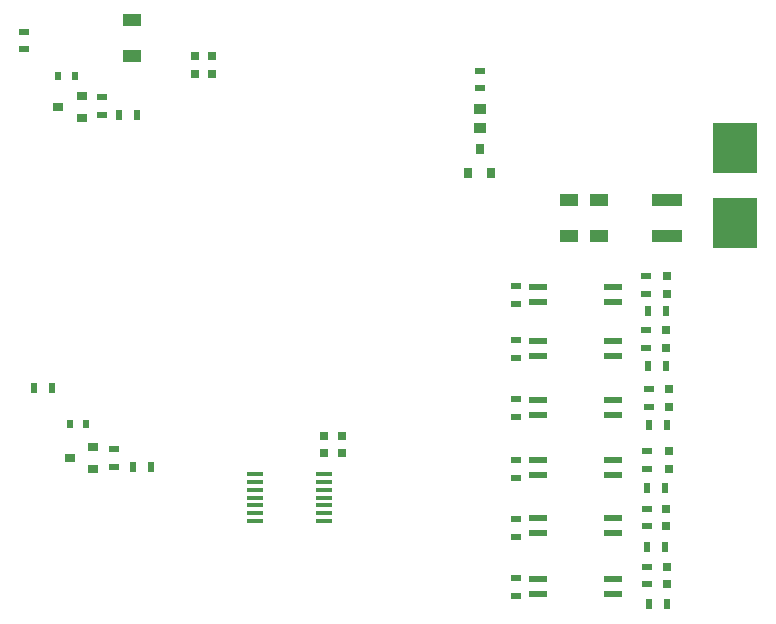
<source format=gbr>
G04 #@! TF.GenerationSoftware,KiCad,Pcbnew,(5.0.0-3-g5ebb6b6)*
G04 #@! TF.CreationDate,2018-09-16T20:50:52-07:00*
G04 #@! TF.ProjectId,controller_MK5,636F6E74726F6C6C65725F4D4B352E6B,rev?*
G04 #@! TF.SameCoordinates,Original*
G04 #@! TF.FileFunction,Paste,Top*
G04 #@! TF.FilePolarity,Positive*
%FSLAX46Y46*%
G04 Gerber Fmt 4.6, Leading zero omitted, Abs format (unit mm)*
G04 Created by KiCad (PCBNEW (5.0.0-3-g5ebb6b6)) date Sunday, September 16, 2018 at 08:50:52 PM*
%MOMM*%
%LPD*%
G01*
G04 APERTURE LIST*
%ADD10R,1.500000X0.600000*%
%ADD11R,3.810000X4.240000*%
%ADD12R,1.450000X0.450000*%
%ADD13R,1.000000X0.820000*%
%ADD14R,0.750000X0.800000*%
%ADD15R,0.800000X0.750000*%
%ADD16R,0.900000X0.500000*%
%ADD17R,0.500000X0.900000*%
%ADD18R,1.600000X1.000000*%
%ADD19R,2.500000X1.000000*%
%ADD20R,0.600000X0.700000*%
%ADD21R,0.800000X0.900000*%
%ADD22R,0.900000X0.800000*%
G04 APERTURE END LIST*
D10*
G04 #@! TO.C,U6*
X126225000Y-119735000D03*
X126225000Y-118465000D03*
X132575000Y-118465000D03*
X132575000Y-119735000D03*
G04 #@! TD*
G04 #@! TO.C,U5*
X126225000Y-124635000D03*
X126225000Y-123365000D03*
X132575000Y-123365000D03*
X132575000Y-124635000D03*
G04 #@! TD*
G04 #@! TO.C,U4*
X126225000Y-129735000D03*
X126225000Y-128465000D03*
X132575000Y-128465000D03*
X132575000Y-129735000D03*
G04 #@! TD*
G04 #@! TO.C,U10*
X126225000Y-105035000D03*
X126225000Y-103765000D03*
X132575000Y-103765000D03*
X132575000Y-105035000D03*
G04 #@! TD*
G04 #@! TO.C,U9*
X126225000Y-109635000D03*
X126225000Y-108365000D03*
X132575000Y-108365000D03*
X132575000Y-109635000D03*
G04 #@! TD*
G04 #@! TO.C,U8*
X126225000Y-114635000D03*
X126225000Y-113365000D03*
X132575000Y-113365000D03*
X132575000Y-114635000D03*
G04 #@! TD*
D11*
G04 #@! TO.C,F1*
X142900000Y-92010000D03*
X142900000Y-98390000D03*
G04 #@! TD*
D12*
G04 #@! TO.C,U3*
X102250000Y-119650000D03*
X102250000Y-120300000D03*
X102250000Y-120950000D03*
X102250000Y-121600000D03*
X102250000Y-122250000D03*
X102250000Y-122900000D03*
X102250000Y-123550000D03*
X108150000Y-123550000D03*
X108150000Y-122900000D03*
X108150000Y-122250000D03*
X108150000Y-121600000D03*
X108150000Y-120950000D03*
X108150000Y-120300000D03*
X108150000Y-119650000D03*
G04 #@! TD*
D13*
G04 #@! TO.C,D3*
X121300000Y-90300000D03*
X121300000Y-88700000D03*
G04 #@! TD*
D14*
G04 #@! TO.C,C2*
X98600000Y-84250000D03*
X98600000Y-85750000D03*
G04 #@! TD*
G04 #@! TO.C,C3*
X97200000Y-85750000D03*
X97200000Y-84250000D03*
G04 #@! TD*
G04 #@! TO.C,C6*
X137200000Y-128950000D03*
X137200000Y-127450000D03*
G04 #@! TD*
G04 #@! TO.C,C7*
X137100000Y-122550000D03*
X137100000Y-124050000D03*
G04 #@! TD*
G04 #@! TO.C,C8*
X137300000Y-117650000D03*
X137300000Y-119150000D03*
G04 #@! TD*
D15*
G04 #@! TO.C,C9*
X108150000Y-116400000D03*
X109650000Y-116400000D03*
G04 #@! TD*
G04 #@! TO.C,C10*
X109650000Y-117800000D03*
X108150000Y-117800000D03*
G04 #@! TD*
D14*
G04 #@! TO.C,C11*
X137300000Y-112450000D03*
X137300000Y-113950000D03*
G04 #@! TD*
G04 #@! TO.C,C12*
X137100000Y-108950000D03*
X137100000Y-107450000D03*
G04 #@! TD*
G04 #@! TO.C,C13*
X137200000Y-104350000D03*
X137200000Y-102850000D03*
G04 #@! TD*
D16*
G04 #@! TO.C,R1*
X121300000Y-85450000D03*
X121300000Y-86950000D03*
G04 #@! TD*
D17*
G04 #@! TO.C,R2*
X137150000Y-130600000D03*
X135650000Y-130600000D03*
G04 #@! TD*
G04 #@! TO.C,R3*
X136950000Y-125800000D03*
X135450000Y-125800000D03*
G04 #@! TD*
G04 #@! TO.C,R4*
X135450000Y-120800000D03*
X136950000Y-120800000D03*
G04 #@! TD*
D16*
G04 #@! TO.C,R5*
X135500000Y-127450000D03*
X135500000Y-128950000D03*
G04 #@! TD*
G04 #@! TO.C,R6*
X135500000Y-122550000D03*
X135500000Y-124050000D03*
G04 #@! TD*
G04 #@! TO.C,R7*
X135500000Y-119150000D03*
X135500000Y-117650000D03*
G04 #@! TD*
D17*
G04 #@! TO.C,R8*
X91950000Y-119000000D03*
X93450000Y-119000000D03*
G04 #@! TD*
G04 #@! TO.C,R9*
X85050000Y-112300000D03*
X83550000Y-112300000D03*
G04 #@! TD*
D16*
G04 #@! TO.C,R10*
X124400000Y-128450000D03*
X124400000Y-129950000D03*
G04 #@! TD*
G04 #@! TO.C,R11*
X124400000Y-123450000D03*
X124400000Y-124950000D03*
G04 #@! TD*
G04 #@! TO.C,R12*
X124400000Y-118450000D03*
X124400000Y-119950000D03*
G04 #@! TD*
D17*
G04 #@! TO.C,R13*
X137150000Y-115500000D03*
X135650000Y-115500000D03*
G04 #@! TD*
G04 #@! TO.C,R14*
X135550000Y-110500000D03*
X137050000Y-110500000D03*
G04 #@! TD*
G04 #@! TO.C,R15*
X135550000Y-105800000D03*
X137050000Y-105800000D03*
G04 #@! TD*
D16*
G04 #@! TO.C,R16*
X135600000Y-112450000D03*
X135600000Y-113950000D03*
G04 #@! TD*
G04 #@! TO.C,R17*
X135400000Y-108950000D03*
X135400000Y-107450000D03*
G04 #@! TD*
G04 #@! TO.C,R18*
X135400000Y-104350000D03*
X135400000Y-102850000D03*
G04 #@! TD*
G04 #@! TO.C,R20*
X82700000Y-83650000D03*
X82700000Y-82150000D03*
G04 #@! TD*
G04 #@! TO.C,R21*
X124400000Y-114750000D03*
X124400000Y-113250000D03*
G04 #@! TD*
G04 #@! TO.C,R22*
X124400000Y-108250000D03*
X124400000Y-109750000D03*
G04 #@! TD*
G04 #@! TO.C,R23*
X124400000Y-105200000D03*
X124400000Y-103700000D03*
G04 #@! TD*
G04 #@! TO.C,R24*
X90300000Y-117500000D03*
X90300000Y-119000000D03*
G04 #@! TD*
G04 #@! TO.C,R27*
X89300000Y-87700000D03*
X89300000Y-89200000D03*
G04 #@! TD*
D17*
G04 #@! TO.C,R29*
X90750000Y-89200000D03*
X92250000Y-89200000D03*
G04 #@! TD*
D18*
G04 #@! TO.C,C1*
X131400000Y-99450000D03*
X131400000Y-96450000D03*
G04 #@! TD*
D19*
G04 #@! TO.C,C4*
X137150000Y-99450000D03*
X137150000Y-96450000D03*
G04 #@! TD*
D18*
G04 #@! TO.C,C5*
X91900000Y-84200000D03*
X91900000Y-81200000D03*
G04 #@! TD*
G04 #@! TO.C,C14*
X128900000Y-99450000D03*
X128900000Y-96450000D03*
G04 #@! TD*
D20*
G04 #@! TO.C,D7*
X86600000Y-115400000D03*
X88000000Y-115400000D03*
G04 #@! TD*
G04 #@! TO.C,D12*
X87000000Y-85900000D03*
X85600000Y-85900000D03*
G04 #@! TD*
D21*
G04 #@! TO.C,Q1*
X120350000Y-94100000D03*
X122250000Y-94100000D03*
X121300000Y-92100000D03*
G04 #@! TD*
D22*
G04 #@! TO.C,Q2*
X86600000Y-118250000D03*
X88600000Y-117300000D03*
X88600000Y-119200000D03*
G04 #@! TD*
G04 #@! TO.C,Q3*
X85600000Y-88550000D03*
X87600000Y-87600000D03*
X87600000Y-89500000D03*
G04 #@! TD*
M02*

</source>
